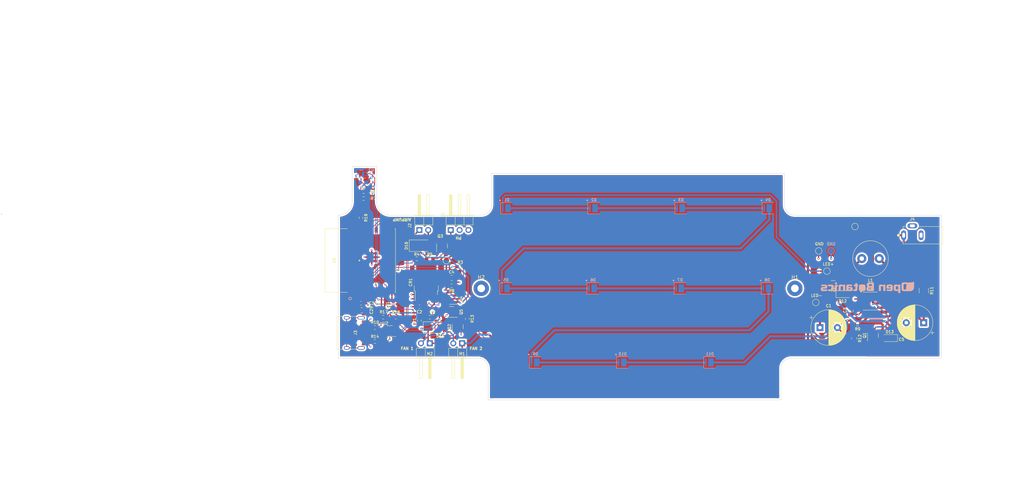
<source format=kicad_pcb>
(kicad_pcb (version 20211014) (generator pcbnew)
  (layers (0 "F.Cu" signal) (1 "In1.Cu" signal "IN") (2 "In2.Cu" power "GND") (31 "B.Cu" signal) (34 "B.Paste" user) (35 "F.Paste" user) (36 "B.SilkS" user "B.Silkscreen") (37 "F.SilkS" user "F.Silkscreen") (38 "B.Mask" user) (39 "F.Mask" user) (44 "Edge.Cuts" user))
  (net 0 "")
  (net 1 "Net-(C1-Pad1)")
  (net 2 "GND")
  (net 3 "+12V")
  (net 4 "Net-(C3-Pad1)")
  (net 5 "+3.3V")
  (net 6 "/CHIP_PU")
  (net 7 "Net-(D1-Pad1)")
  (net 8 "Net-(D3-Pad1)")
  (net 9 "/led_control/LED_R_+")
  (net 10 "Net-(D10-Pad2)")
  (net 11 "Net-(D12-Pad2)")
  (net 12 "Net-(D13-Pad2)")
  (net 13 "/led_control/LED_R_-")
  (net 14 "Net-(D15-Pad2)")
  (net 15 "Net-(D16-Pad2)")
  (net 16 "PH")
  (net 17 "Net-(D2-Pad1)")
  (net 18 "Net-(C2-Pad1)")
  (net 19 "+5V")
  (net 20 "Net-(L1-Pad1)")
  (net 21 "Net-(Q1-Pad1)")
  (net 22 "Net-(D4-Pad1)")
  (net 23 "Net-(D7-Pad1)")
  (net 24 "FAN")
  (net 25 "PWM_LED_DIM")
  (net 26 "AIRPUMP")
  (net 27 "I2C_SCL")
  (net 28 "I2C_SDA")
  (net 29 "/LED_DATA")
  (net 30 "Net-(J3-PadA5)")
  (net 35 "D+")
  (net 36 "D-")
  (net 37 "Net-(Q2-Pad1)")
  (net 38 "Net-(D5-Pad1)")
  (net 39 "Net-(D6-Pad1)")
  (net 40 "Net-(Q3-Pad1)")
  (net 41 "Net-(D8-Pad1)")
  (net 42 "Net-(D10-Pad1)")
  (net 43 "/BOOT_2")
  (net 45 "Net-(J3-PadB5)")
  (net 47 "unconnected-(J3-PadS1)")
  (net 49 "Net-(Q4-Pad1)")
  (net 50 "Net-(Q5-Pad1)")
  (net 51 "A-")
  (net 52 "A+")
  (footprint "Resistor_SMD:R_0603_1608Metric_Pad0.98x0.95mm_HandSolder" (layer "F.Cu") (at 77.5 109.262742)
    (fp_text reference "R18")
    (fp_text value "10K")
  )
  (footprint "Resistor_SMD:R_0603_1608Metric_Pad0.98x0.95mm_HandSolder" (layer "F.Cu") (at 87.25 92.5)
    (fp_text reference "R5")
    (fp_text value "10K")
  )
  (footprint "Package_TO_SOT_SMD:SOT-23" (layer "F.Cu") (at 214.4 114.45 90)
    (property "Reference" "Q1")
    (fp_text reference "Q1")
    (fp_text value "PMBTA06,235")
  )
  (footprint "Resistor_SMD:R_0603_1608Metric_Pad0.98x0.95mm_HandSolder" (layer "F.Cu") (at 93.5 100.25 180)
    (fp_text reference "R8")
    (fp_text value "1K")
  )
  (footprint "ESP32-C3-WROOM-02:ESP32-C3-WROOM-02-N4" (layer "F.Cu") (at 67.283 93 90)
    (fp_text reference "U6")
    (fp_text value "ESP32-C3-WROOM-02-N4" hide)
  )
  (footprint "Capacitor_THT:CP_Radial_D10.0mm_P5.00mm" (layer "F.Cu") (at 228.967677 110.85 180)
    (fp_text reference "C5")
    (fp_text value "330uF")
  )
  (footprint "Resistor_SMD:R_0603_1608Metric_Pad0.98x0.95mm_HandSolder" (layer "F.Cu") (at 67.5 80.75 -90)
    (fp_text reference "R19")
    (fp_text value "10K")
  )
  (footprint "PJ-007:CUI_PJ-007" (layer "F.Cu") (at 223.2125 85.75)
    (fp_text reference "J4")
    (fp_text value "Barrel_Jack_Switch")
  )
  (footprint "Resistor_SMD:R_0603_1608Metric_Pad0.98x0.95mm_HandSolder" (layer "F.Cu") (at 83.5 92.5)
    (fp_text reference "R4")
    (fp_text value "1K")
  )
  (footprint "Capacitor_SMD:C_0603_1608Metric_Pad1.08x0.95mm_HandSolder" (layer "F.Cu") (at 84.25 106.25 180)
    (fp_text reference "C2")
    (fp_text value "100nF")
  )
  (footprint "Capacitor_SMD:C_0805_2012Metric_Pad1.18x1.45mm_HandSolder" (layer "F.Cu") (at 93.5 98)
    (fp_text reference "C4")
    (fp_text value "10uF")
  )
  (footprint "MountingHole:MountingHole_2.2mm_M2_Pad" (layer "F.Cu") (at 192 101)
    (fp_text reference "H1")
    (fp_text value "MountingHole")
  )
  (footprint "Diode_SMD:D_SOD-123F" (layer "F.Cu") (at 206 102.65)
    (fp_text reference "D12")
    (fp_text value "SS26FL")
  )
  (footprint "Capacitor_SMD:C_0603_1608Metric_Pad1.08x0.95mm_HandSolder" (layer "F.Cu") (at 76.75 105.5 90)
    (fp_text reference "C31")
    (fp_text value "1uF")
  )
  (footprint "Resistor_SMD:R_1210_3225Metric_Pad1.30x2.65mm_HandSolder" (layer "F.Cu") (at 229 101.65 -90)
    (fp_text reference "R11")
    (fp_text value "0.137")
  )
  (footprint "Diode_SMD:D_SOD-123" (layer "F.Cu") (at 219.2 115.25 180)
    (fp_text reference "D13")
    (fp_text value "MMSZ43T1G")
  )
  (footprint "Package_TO_SOT_SMD:SOT-23" (layer "F.Cu") (at 90.75 88.8125 90)
    (fp_text reference "Q3")
    (fp_text value "SSM3K56FS")
  )
  (footprint "Connector_PinHeader_2.54mm:PinHeader_1x02_P2.54mm_Horizontal" (layer "F.Cu") (at 96.525 116.75 -90)
    (fp_text reference "M1")
    (fp_text value "Fan")
  )
  (footprint "Connector_PinHeader_2.54mm:PinHeader_1x03_P2.54mm_Horizontal" (layer "F.Cu") (at 93.25 84.25 90)
    (fp_text reference "J1")
    (fp_text value "PH")
  )
  (footprint "Diode_SMD:D_SMA" (layer "F.Cu") (at 84.75 88.75)
    (fp_text reference "D16")
    (fp_text value "S1B-13-F")
  )
  (footprint "Resistor_SMD:R_0805_2012Metric_Pad1.20x1.40mm_HandSolder" (layer "F.Cu") (at 209 115.35 -90)
    (fp_text reference "R12")
    (fp_text value "0.75")
  )
  (footprint "MountingHole:MountingHole_2.2mm_M2_Pad" (layer "F.Cu") (at 102 101)
    (fp_text reference "H2")
    (fp_text value "MountingHole")
  )
  (footprint "Resistor_SMD:R_0603_1608Metric" (layer "F.Cu") (at 71.5 116.25)
    (fp_text reference "R14")
    (fp_text value "5.1K")
  )
  (footprint "Connector_PinHeader_2.54mm:PinHeader_1x02_P2.54mm_Horizontal" (layer "F.Cu") (at 84.25 84.25 90)
    (fp_text reference "J2")
    (fp_text value "AIR PUMP")
  )
  (footprint "Connector_USB:USB_C_Receptacle_HRO_TYPE-C-31-M-12" (layer "F.Cu") (at 64.44 113.75 -90)
    (fp_text reference "J3")
    (fp_text value "USB_C_Receptacle_USB2.0")
  )
  (footprint "Resistor_SMD:R_0603_1608Metric_Pad0.98x0.95mm_HandSolder" (layer "F.Cu") (at 87.258 109.25)
    (fp_text reference "R2")
    (fp_text value "10K")
  )
  (footprint "Diode_SMD:D_SMA" (layer "F.Cu") (at 88.758 112.25)
    (fp_text reference "D15")
    (fp_text value "S1B-13-F")
  )
  (footprint "TestPoint:TestPoint_Pad_D1.5mm" (layer "F.Cu") (at 198 105.05)
    (fp_text reference "TP4" hide)
    (fp_text value "LED-")
  )
  (footprint "TestPoint:TestPoint_Pad_D1.5mm" (layer "F.Cu") (at 92 93)
    (fp_text reference "TP5" hide)
    (fp_text value "3.3V TEST")
  )
  (footprint "TestPoint:TestPoint_Pad_D1.5mm" (layer "F.Cu") (at 201.2 96.05)
    (fp_text reference "TP3" hide)
    (fp_text value "LED+")
  )
  (footprint "Resistor_SMD:R_0603_1608Metric" (layer "F.Cu") (at 71.5 112.25)
    (fp_text reference "R10")
    (fp_text value "5.1K")
  )
  (footprint "Fuse:Fuse_1206_3216Metric_Pad1.42x1.75mm_HandSolder" (layer "F.Cu") (at 203 99.65 180)
    (fp_text reference "F2")
    (fp_text value "500mA")
  )
  (footprint "Resistor_SMD:R_0603_1608Metric_Pad0.98x0.95mm_HandSolder" (layer "F.Cu") (at 84.258 110.25 90)
    (fp_text reference "R1")
    (fp_text value "1K")
  )
  (footprint "Connector_PinHeader_2.54mm:PinHeader_1x02_P2.54mm_Horizontal" (layer "F.Cu") (at 87.25 116.75 -90)
    (fp_text reference "M2")
    (fp_text value "Fan")
  )
  (footprint "Resistor_SMD:R_0603_1608Metric_Pad0.98x0.95mm_HandSolder" (layer "F.Cu") (at 210 111.25 180)
    (fp_text reference "R9")
    (fp_text value "1K")
  )
  (footprint "Package_TO_SOT_SMD:SOT-23-6" (layer "F.Cu") (at 75.75 113.25 180)
    (fp_text reference "U2")
    (fp_text value "USBLC6-2SC6")
  )
  (footprint "Resistor_SMD:R_0603_1608Metric_Pad0.98x0.95mm_HandSolder" (layer "F.Cu") (at 73.873 109.25 180)
    (fp_text reference "R17")
    (fp_text value "10K")
  )
  (footprint "Package_TO_SOT_SMD:SOT-23" (layer "F.Cu") (at 95.258 112 90)
    (fp_text reference "Q2")
    (fp_text value "SSM3K56FS")
  )
  (footprint "TestPoint:TestPoint_Pad_D1.5mm" (layer "F.Cu") (at 198.85 90.25)
    (fp_text reference "TP2" hide)
    (fp_text value "GND BACK")
  )
  (footprint "Package_TO_SOT_SMD:TO-252-3_TabPin4" (layer "F.Cu") (at 86.25 99.25 90)
    (fp_text reference "CR1")
    (fp_text value "LD1117DT33TR")
  )
  (footprint "Package_TO_SOT_SMD:SOT-23" (layer "F.Cu") (at 93.5 107.75 180)
    (fp_text reference "Q5")
    (fp_text value "PJA3411")
  )
  (footprint "TestPoint:TestPoint_Pad_D1.5mm" (layer "F.Cu") (at 209.25 83.25)
    (fp_text reference "TP6" hide)
    (fp_text value "12V TEST")
  )
  (footprint "Resistor_SMD:R_0603_1608Metric_Pad0.98x0.95mm_HandSolder" (layer "F.Cu") (at 95.975 94.75 180)
    (fp_text reference "R3")
    (fp_text value "1k2")
  )
  (footprint "Capacitor_THT:CP_Radial_D10.0mm_P5.00mm" (layer "F.Cu") (at 199.2 112.25)
    (fp_text reference "C1")
    (fp_text value "100uF")
  )
  (footprint "Capacitor_SMD:C_0603_1608Metric_Pad1.08x0.95mm_HandSolder" (layer "F.Cu") (at 67.5 105.25)
    (fp_text reference "C30")
    (fp_text value "0.1uF")
  )
  (footprint "NCP3065:NCP3065DR2G" (layer "F.Cu") (at 213.6 104.65)
    (fp_text reference "U1")
    (fp_text value "NCP3065DR2G" hide)
  )
  (footprint "Package_TO_SOT_SMD:SOT-23" (layer "F.Cu") (at 93.5 104 180)
    (fp_text reference "Q4")
    (fp_text value "PJA3411")
  )
  (footprint "Inductor_THT:L_Radial_D10.0mm_P5.00mm_Fastron_07P" (layer "F.Cu") (at 216.2 92.45 180)
    (fp_text reference "L1")
    (fp_text value "330uH")
  )
  (footprint "Capacitor_SMD:C_0805_2012Metric_Pad1.18x1.45mm_HandSolder" (layer "F.Cu") (at 67.75 107.25)
    (fp_text reference "C29")
    (fp_text value "10uF")
  )
  (footprint "Capacitor_SMD:C_0805_2012Metric_Pad1.18x1.45mm_HandSolder" (layer "F.Cu") (at 208 107.45 -90)
    (fp_text reference "C3")
    (fp_text value "2,2nF")
  )
  (footprint "Resistor_SMD:R_0603_1608Metric_Pad0.98x0.95mm_HandSolder" (layer "F.Cu") (at 68.25 73.22)
    (fp_text reference "R6")
    (fp_text value "4.7k")
  )
  (footprint "Resistor_SMD:R_0603_1608Metric_Pad0.98x0.95mm_HandSolder" (layer "F.Cu") (at 68.25 75.22)
    (fp_text reference "R7")
    (fp_text value "4.7k")
  )
  (footprint "Resistor_SMD:R_0603_1608Metric_Pad0.98x0.95mm_HandSolder" (layer "F.Cu") (at 98 109.75 -90)
    (fp_text reference "R13")
    (fp_text value "1K")
  )
  (footprint "JK3030AWT-P-H40EA0000-N0000001:JK3030AWT-P-H40EA0000-N0000001" (layer "B.Cu") (at 167.468 122.25 180)
    (fp_text reference "D11")
    (fp_text value "LED" hide)
  )
  (footprint "JK3030AWT-P-H40EA0000-N0000001:JK3030AWT-P-H40EA0000-N0000001" (layer "B.Cu") (at 142.468 122.25 180)
    (fp_text reference "D10")
    (fp_text value "LED" hide)
  )
  (footprint "LOGO:openbotanics_logo_small" (layer "B.Cu") (at 213.8 100.05 180)
    (fp_text reference "G***" hide)
    (fp_text value "LOGO" hide)
  )
  (footprint "JK3030AWT-P-H40EA0000-N0000001:JK3030AWT-P-H40EA0000-N0000001" (layer "B.Cu") (at 184.218 78 180)
    (fp_text reference "D4")
    (fp_text value "LED" hide)
  )
  (footprint "JK3030AWT-P-H40EA0000-N0000001:JK3030AWT-P-H40EA0000-N0000001" (layer "B.Cu") (at 133.968 101 180)
    (fp_text reference "D6")
    (fp_text value "LED" hide)
  )
  (footprint "JK3030AWT-P-H40EA0000-N0000001:JK3030AWT-P-H40EA0000-N0000001" (layer "B.Cu") (at 117.468 122.25 180)
    (fp_text reference "D9")
    (fp_text value "LED" hide)
  )
  (footprint "Capacitor_SMD:C_0603_1608Metric_Pad1.08x0.95mm_HandSolder" (layer "B.Cu") (at 68.1 70.62)
    (fp_text reference "C6")
    (fp_text value "100nF")
  )
  (footprint "TestPoint:TestPoint_Pad_D1.5mm" (layer "B.Cu") (at 202.4 90.25 180)
    (fp_text reference "TP1" hide)
    (fp_text value "GND FRONT")
  )
  (footprint "JK3030AWT-P-H40EA0000-N0000001:JK3030AWT-P-H40EA0000-N0000001" (layer "B.Cu") (at 183.968 101 180)
    (fp_text reference "D8")
    (fp_text value "LED" hide)
  )
  (footprint "Sensor_Humidity:Sensirion_DFN-4-1EP_2x2mm_P1mm_EP0.7x1.6mm" (layer "B.Cu") (at 68.1 68.22 180)
    (fp_text reference "U3")
    (fp_text value "SHTC3" hide)
  )
  (footprint "JK3030AWT-P-H40EA0000-N0000001:JK3030AWT-P-H40EA0000-N0000001" (layer "B.Cu") (at 159.218 78 180)
    (fp_text reference "D3")
    (fp_text value "LED" hide)
  )
  (footprint "JK3030AWT-P-H40EA0000-N0000001:JK3030AWT-P-H40EA0000-N0000001" (layer "B.Cu") (at 109.218 78 180)
    (fp_text reference "D1")
    (fp_text value "LED" hide)
  )
  (footprint "JK3030AWT-P-H40EA0000-N0000001:JK3030AWT-P-H40EA0000-N0000001" (layer "B.Cu") (at 108.968 101 180)
    (fp_text reference "D5")
    (fp_text value "LED" hide)
  )
  (footprint "JK3030AWT-P-H40EA0000-N0000001:JK3030AWT-P-H40EA0000-N0000001" (layer "B.Cu") (at 158.968 101 180)
    (fp_text reference "D7")
    (fp_text value "LED" hide)
  )
  (footprint "JK3030AWT-P-H40EA0000-N0000001:JK3030AWT-P-H40EA0000-N0000001" (layer "B.Cu") (at 134.218 78 180)
    (fp_text reference "D2")
    (fp_text value "LED" hide)
  )
  (gr_arc (start 188 124) (mid 188.87868 121.87868) (end 191 121) (layer "Edge.Cuts") (width 0.1))
  (gr_line (start 188 133) (end 188 124) (layer "Edge.Cuts") (width 0.1))
  (gr_arc (start 76 80) (mid 73.171573 78.828427) (end 72 76) (layer "Edge.Cuts") (width 0.1))
  (gr_arc (start 105 77) (mid 104.12132 79.12132) (end 102 80) (layer "Edge.Cuts") (width 0.1))
  (gr_line (start 72 76) (end 72 66) (layer "Edge.Cuts") (width 0.1))
  (gr_arc (start 65 76) (mid 63.828427 78.828427) (end 61 80) (layer "Edge.Cuts") (width 0.1))
  (gr_line (start 72 66) (end 66 66) (layer "Edge.Cuts") (width 0.1))
  (gr_line (start 65 66) (end 65 76) (layer "Edge.Cuts") (width 0.1))
  (gr_line (start 104 133) (end 188 133) (layer "Edge.Cuts") (width 0.1))
  (gr_arc (start 192 80) (mid 189.87868 79.12132) (end 189 77) (layer "Edge.Cuts") (width 0.1))
  (gr_line (start 61 121) (end 101 121) (layer "Edge.Cuts") (width 0.1))
  (gr_line (start 191 121) (end 234 121) (layer "Edge.Cuts") (width 0.1))
  (gr_line (start 66 66) (end 65 66) (layer "Edge.Cuts") (width 0.1))
  (gr_arc (start 101 121) (mid 103.12132 121.87868) (end 104 124) (layer "Edge.Cuts") (width 0.1))
  (gr_line (start 189 68) (end 105 68) (layer "Edge.Cuts") (width 0.1))
  (gr_line (start 102 80) (end 76 80) (layer "Edge.Cuts") (width 0.1))
  (gr_line (start 61 80) (end 61 121) (layer "Edge.Cuts") (width 0.1))
  (gr_line (start 234 121) (end 234 80) (layer "Edge.Cuts") (width 0.1))
  (gr_line (start 189 77) (end 189 68) (layer "Edge.Cuts") (width 0.1))
  (gr_line (start 105 68) (end 105 77) (layer "Edge.Cuts") (width 0.1))
  (gr_line (start 234 80) (end 192 80) (layer "Edge.Cuts") (width 0.1))
  (gr_line (start 104 124) (end 104 133) (layer "Edge.Cuts") (width 0.1))
  (gr_text "GND" (at 202.4 88.25) (layer "B.SilkS") (effects (font (size 0.8 0.8)) (justify mirror)))
  (gr_text "AIRPUMP" (at 79.25 81.25 180) (layer "F.SilkS") (effects (font (size 0.8 0.8) (thickness 0.2))))
  (gr_text "LED-" (at 198.2 103.05) (layer "F.SilkS") (effects (font (size 0.8 0.8))))
  (gr_text "*" (at -35.633 79.9845) (layer "F.SilkS") (effects (font (size 0.8 0.8))))
  (gr_text "FAN 2" (at 100.5 118.25) (layer "F.SilkS") (effects (font (size 0.8 0.8) (thickness 0.2))))
  (gr_text "LED+" (at 201.6 94.05) (layer "F.SilkS") (effects (font (size 0.8 0.8))))
  (gr_text "PH" (at 95.5 86.5 180) (layer "F.SilkS") (effects (font (size 0.8 0.8) (thickness 0.2))))
  (gr_text "GND" (at 199 88.25) (layer "F.SilkS") (effects (font (size 0.8 0.8))))
  (gr_text "FAN 1\n" (at 80.75 118.25) (layer "F.SilkS") (effects (font (size 0.8 0.8) (thickness 0.2))))
  (segment (start 204.6 105.25) (end 204.6 102.65) (width 0.6) (layer "F.Cu") (net 1))
  (segment (start 199.2 112.25) (end 199.2 108.05) (width 0.6) (layer "F.Cu") (net 1))
  (segment (start 220.85 113.3) (end 218 110.45) (width 0.6) (layer "F.Cu") (net 1))
  (segment (start 204.4875 99.65) (end 204.4875 102.5375) (width 0.8) (layer "F.Cu") (net 1))
  (segment (start 199.2 108.05) (end 204.6 102.65) (width 0.6) (layer "F.Cu") (net 1))
  (segment (start 220.85 115.25) (end 220.85 113.3) (width 0.6) (layer "F.Cu") (net 1))
  (via (at 204.6 105.25) (size 0.5) (drill 0.25) (layers "F.Cu" "B.Cu") (net 1))
  (via (at 218 110.45) (size 0.5) (drill 0.25) (layers "F.Cu" "B.Cu") (net 1))
  (segment (start 209.8 110.45) (end 218 110.45) (width 0.6) (layer "B.Cu") (net 1))
  (segment (start 204.6 105.25) (end 209.8 110.45) (width 0.6) (layer "B.Cu") (net 1))
  (segment (start 69.47789 92.02211) (end 69.47789 92.044198) (width 0.4) (layer "F.Cu") (net 2))
  (segment (start 89.5 92.5) (end 91.7 90.3) (width 0.2) (layer "F.Cu") (net 2))
  (segment (start 72.5 112.25) (end 73.25 111.5) (width 0.2) (layer "F.Cu") (net 2))
  (segment (start 204.2 112.25) (end 208.3 116.35) (width 0.4) (layer "F.Cu") (net 2))
  (segment (start 76.377915 104.265415) (end 76.75 104.6375) (width 0.4) (layer "F.Cu") (net 2))
  (segment (start 210.8949 107.9551) (end 210.4 108.45) (width 0.4) (layer "F.Cu") (net 2))
  (segment (start 82 106.25) (end 83.3875 106.25) (width 0.4) (layer "F.Cu") (net 2))
  (segment (start 208 108.4875) (end 210.3625 108.4875) (width 0.4) (layer "F.Cu") (net 2))
  (segment (start 71.677886 92.044198) (end 71.677886 93.144198) (width 0.4) (layer "F.Cu") (net 2))
  (segment (start 76.377915 103.372085) (end 76.377915 104.265415) (width 0.4) (layer "F.Cu") (net 2))
  (segment (start 71.677886 90.944198) (end 70.577989 90.944198) (width 0.4) (layer "F.Cu") (net 2))
  (segment (start 88 109.0795) (end 88.1705 109.25) (width 0.2) (layer "F.Cu") (net 2))
  (segment (start 70.577888 93.1443) (end 70.577888 94.25) (width 0.4) (layer "F.Cu") (net 2))
  (segment (start 88.1625 92.5) (end 89.5 92.5) (width 0.2) (layer "F.Cu") (net 2))
  (segment (start 94.5375 100.125) (end 94.4125 100.25) (width 0.4) (layer "F.Cu") (net 2))
  (segment (start 71.677886 90.944198) (end 71.677886 92.044198) (width 0.4) (layer "F.Cu") (net 2))
  (segment (start 68.3625 106.825) (end 68.7875 107.25) (width 0.4) (layer "F.Cu") (net 2))
  (segment (start 208.3 116.35) (end 209 116.35) (width 0.4) (layer "F.Cu") (net 2))
  (segment (start 69.477991 90.944299) (end 69.47789 90.944198) (width 0.4) (layer "F.Cu") (net 2))
  (segment (start 69.47789 92.044198) (end 69.47789 93.144198) (width 0.4) (layer "F.Cu") (net 2))
  (segment (start 72.325 112.25) (end 72.5 112.25) (width 0.2) (layer "F.Cu") (net 2))
  (segment (start 69.5 117) (end 70.25 117.75) (width 0.2) (layer "F.Cu") (net 2))
  (segment (start 69 105.25) (end 69.5 105.75) (width 0.4) (layer "F.Cu") (net 2))
  (segment (start 68.3625 105.25) (end 68.3625 106.825) (width 0.4) (layer "F.Cu") (net 2))
  (segment (start 68.5 92.02211) (end 69.455802 92.02211) (width 0.4) (layer "F.Cu") (net 2))
  (segment (start 94.5375 99.2125) (end 95.7125 99.2125) (width 0.4) (layer "F.Cu") (net 2))
  (segment (start 69.5 110.5) (end 70.25 109.75) (width 0.2) (layer "F.Cu") (net 2))
  (segment (start 70.555701 90.944299) (end 69.477991 90.944299) (width 0.4) (layer "F.Cu") (net 2))
  (segment (start 68.485 117) (end 69.5 117) (width 0.2) (layer "F.Cu") (net 2))
  (segment (start 94.5375 99.2125) (end 94.5375 100.125) (width 0.4) (layer "F.Cu") (net 2))
  (segment (start 88 107.75) (end 88 109.0795) (width 0.2) (layer "F.Cu") (net 2))
  (segment (start 82 102.75) (end 83.27 102.75) (width 0.4) (layer "F.Cu") (net 2))
  (segment (start 76.8875 113.25) (end 76.25 113.25) (width 0.2) (layer "F.Cu") (net 2))
  (segment (start 70.577888 90.944299) (end 70.577888 92.0443) (width 0.4) (layer "F.Cu") (net 2))
  (segment (start 70.577989 90.944198) (end 70.577888 90.944299) (width 0.4) (layer "F.Cu") (net 2))
  (segment (start 70.555701 90.922112) (end 70.577888 90.944299) (width 0.4) (layer "F.Cu") (net 2))
  (segment (start 70.57799 93.144198) (end 70.577888 93.1443) (width 0.4) (layer "F.Cu") (net 2))
  (segment (start 68.3625 105.25) (end 69 105.25) (width 0.4) (layer "F.Cu") (net 2))
  (segment (start 198.8 92.45) (end 198.8 90.3) (width 0.4) (layer "F.Cu") (net 2))
  (segment (start 75 116.25) (end 75.75 115.5) (width 0.2) (layer "F.Cu") (net 2))
  (segment (start 91.7 90.3) (end 91.7 89.75) (width 0.2) (layer "F.Cu") (net 2))
  (segment (start 209.2 104.05) (end 210.8599 104.05) (width 0.4) (layer "F.Cu") (net 2))
  (segment (start 70.577888 92.0443) (end 71.677784 92.0443) (width 0.4) (layer "F.Cu") (net 2))
  (segment (start 95.7125 99.2125) (end 95.75 99.25) (width 0.4) (layer "F.Cu") (net 2))
  (segment (start 70.577888 92.0443) (end 70.577888 93.1443) (width 0.4) (layer "F.Cu") (net 2))
  (segment (start 94.5375 98) (end 94.5375 98.9625) (width 0.4) (layer "F.Cu") (net 2))
  (segment (start 94.5375 98.9625) (end 94.5375 99.2125) (width 0.4) (layer "F.Cu") (net 2))
  (segment (start 69.47789 92.044198) (end 70.577786 92.044198) (width 0.4) (layer "F.Cu") (net 2))
  (segment (start 71.677886 92.044198) (end 72.75 92.044198) (width 0.4) (layer "F.Cu") (net 2))
  (segment (start 69.455802 92.02211) (end 69.47789 92.044198) (width 0.4) (layer "F.Cu") (net 2))
  (segment (start 70.577786 92.044198) (end 70.577888 92.0443) (width 0.4) (layer "F.Cu") (net 2))
  (segment (start 69.47789 90.944198) (end 69.47789 92.02211) (width 0.4) (layer "F.Cu") (net 2))
  (segment (start 70.555701 90) (end 70.555701 90.922112) (width 0.4) (layer "F.Cu") (net 2))
  (segment (start 210.8949 106.555) (end 210.8949 107.9551) (width 0.4) (layer "F.Cu") (net 2))
  (segment (start 98 110.6625) (end 98 111.1455) (width 0.2) (layer "F.Cu") (net 2))
  (segment (start 96.25 112.9795) (end 96.208 112.9375) (width 0.2) (layer "F.Cu") (net 2))
  (segment (start 68.485 110.5) (end 69.5 110.5) (width 0.2) (layer "F.Cu") (net 2))
  (segment (start 83.27 102.75) (end 83.97 103.45) (width 0.4) (layer "F.Cu") (net 2))
  (segment (start 96.25 114.25) (end 96.25 112.9795) (width 0.2) (layer "F.Cu") (net 2))
  (segment (start 70.577888 93.1443) (end 69.477992 93.1443) (width 0.4) (layer "F.Cu") (net 2))
  (segment (start 82 104) (end 83.42 104) (width 0.4) (layer "F.Cu") (net 2))
  (segment (start 98 111.1455) (end 96.208 112.9375) (width 0.2) (layer "F.Cu") (net 2))
  (segment (start 71.677886 93.144198) (end 70.57799 93.144198) (width 0.4) (layer "F.Cu") (net 2))
  (segment (start 83.42 104) (end 83.97 103.45) (width 0.4) (layer "F.Cu") (net 2))
  (segment (start 72.325 116.25) (end 75 116.25) (width 0.2) (layer "F.Cu") (net 2))
  (segment (start 71.677784 92.0443) (end 71.677886 92.044198) (width 0.4) (layer "F.Cu") (net 2))
  (segment (start 76.377915 101.75) (end 76.377915 103.372085) (width 0.4) (layer "F.Cu") (net 2))
  (segment (start 210.3625 108.4875) (end 210.4 108.45) (width 0.4) (layer "F.Cu") (net 2))
  (segment (start 69.477992 93.1443) (end 69.47789 93.144198) (width 0.4) (layer "F.Cu") (net 2))
  (segment (start 76.25 113.25) (end 75.75 113.75) (width 0.2) (layer "F.Cu") (net 2))
  (segment (start 75.75 113.75) (end 75.75 115.5) (width 0.2) (layer "F.Cu") (net 2))
  (segment (start 70.577888 90.944299) (end 70.555701 90.944299) (width 0.4) (layer "F.Cu") (net 2))
  (via (at 210.4 108.45) (size 0.5) (drill 0.25) (layers "F.Cu" "B.Cu") (net 2))
  (via (at 90.5 91.5) (size 0.5) (drill 0.25) (layers "F.Cu" "B.Cu") (net 2))
  (via (at 66.1 68.62) (size 0.6) (drill 0.3) (layers "F.Cu" "B.Cu") (net 2))
  (via (at 82 104) (size 0.5) (drill 0.25) (layers "F.Cu" "B.Cu") (net 2))
  (via (at 72.75 92.044198) (size 0.5) (drill 0.25) (layers "F.Cu" "B.Cu") (net 2))
  (via (at 73.25 111.5) (size 0.5) (drill 0.25) (layers "F.Cu" "B.Cu") (net 2))
  (via (at 202.4 92.45) (size 0.6) (drill 0.3) (layers "F.Cu" "B.Cu") (net 2))
  (via (at 70.555701 90) (size 0.5) (drill 0.25) (layers "F.Cu" "B.Cu") (net 2))
  (via (at 70.25 109.75) (size 0.5) (drill 0.25) (layers "F.Cu" "B.Cu") (net 2))
  (via (at 69.5 105.75) (size 0.5) (drill 0.25) (layers "F.Cu" "B.Cu") (net 2))
  (via (at 82 102.75) (size 0.5) (drill 0.25) (layers "F.Cu" "B.Cu") (net 2))
  (via (at 96.25 114.25) (size 0.5) (drill 0.25) (layers "F.Cu" "B.Cu") (net 2))
  (via (at 75.75 115.5) (size 0.5) (drill 0.25) (layers "F.Cu" "B.Cu") (net 2))
  (via (at 70.577888 94.25) (size 0.5) (drill 0.25) (layers "F.Cu" "B.Cu") (net 2))
  (via (at 95.75 99.25) (size 0.5) (drill 0.25) (layers "F.Cu" "B.Cu") (net 2))
  (via (at 88 107.75) (size 0.5) (drill 0.25) (layers "F.Cu" "B.Cu") (net 2))
  (via (at 70.25 117.75) (size 0.5) (drill 0.25) (layers "F.Cu" "B.Cu") (net 2))
  (via (at 76.377915 103.372085) (size 0.5) (drill 0.25) (layers "F.Cu" "B.Cu") (net 2))
  (via (at 68.5 92.02211) (size 0.5) (drill 0.25) (layers "F.Cu" "B.Cu") (net 2))
  (via (at 82 106.25) (size 0.5) (drill 0.25) (layers "F.Cu" "B.Cu") (net 2))
  (via (at 209.2 104.05) (size 0.5) (drill 0.25) (layers "F.Cu" "B.Cu") (net 2))
  (via (at 198.8 92.45) (size 0.6) (drill 0.3) (layers "F.Cu" "B.Cu") (net 2))
  (segment (start 66.1 69.22) (end 66.1 68.62) (width 0.2) (layer "B.Cu") (net 2))
  (segment (start 67 67.72) (end 66.1 68.62) (width 0.2) (layer "B.Cu") (net 2))
  (segment (start 202.4 92.45) (end 202.4 90.25) (width 0.4) (layer "B.Cu") (net 2))
  (segment (start 67.2375 70.3575) (end 66.1 69.22) (width 0.2) (layer "B.Cu") (net 2))
  (segment (start 195.75 89.25) (end 201.75 83.25) (width 0.6) (layer "F.Cu") (net 3))
  (segment (start 86.508 112.5) (end 86.758 112.25) (width 0.4) (layer "F.Cu") (net 3))
  (segment (start 106 116) (end 106 129.75) (width 0.6) (layer "F.Cu") (net 3))
  (segment (start 96.525 118.975) (end 96 119.5) (width 0.4) (layer "F.Cu") (net 3))
  (segment (start 228.967677 110.85) (end 228.967677 103.232323) (width 0.6) (layer "F.Cu") (net 3))
  (segment (start 104.25 114.25) (end 106 116) (width 0.6) (layer "F.Cu") (net 3))
  (segment (start 106.75 130.5) (end 185.5 130.5) (width 0.6) (layer "F.Cu") (net 3))
  (segment (start 86.758 112.25) (end 86.758 116.258) (width 0.4) (layer "F.Cu") (net 3))
  (segment (start 228.967677 110.85) (end 223.402677 105.285) (width 0.6) (layer "F.Cu") (net 3))
  (segment (start 223.402677 105.285) (end 216.3051 105.285) (width 0.6) (layer "F.Cu") (net 3))
  (segment (start 89 116.75) (end 87.25 116.75) (width 0.4) (layer "F.Cu") (net 3))
  (segment (start 92.5625 104) (end 92.5625 104.9375) (width 0.4) (layer "F.Cu") (net 3))
  (segment (start 223.2125 85.75) (end 211.75 85.75) (width 0.6) (layer "F.Cu") (net 3))
  (segment (start 195.75 116.5) (end 195.75 89.25) (width 0.6) (layer "F.Cu") (net 3))
  (segment (start 86.758 116.258) (end 87.25 116.75) (width 0.4) (layer "F.Cu") (net 3))
  (segment (start 231 101.2) (end 231 97.25) (width 0.6) (layer "F.Cu") (net 3))
  (segment (start 84.75 112.5) (end 86.508 112.5) (width 0.4) (layer "F.Cu") (net 3))
  (segment (start 82.75 88.75) (end 82.75 85.75) (width 0.4) (layer "F.Cu") (net 3))
  (segment (start 90 107.5) (end 90 109.75) (width 0.4) (layer "F.Cu") (net 3))
  (segment (start 214.4 113.05) (end 215.4 112.05) (width 0.4) (layer "F.Cu") (net 3))
  (segment (start 223.2125 89.4625) (end 223.2125 85.75) (width 0.6) (layer "F.Cu") (net 3))
  (segment (start 229 103.2) (end 231 101.2) (width 0.6) (layer "F.Cu") (net 3))
  (segment (start 91.75 119.5) (end 89 116.75) (width 0.4) (layer "F.Cu") (net 3))
  (segment (start 82.75 85.75) (end 84.25 84.25) (width 0.4) (layer "F.Cu") (net 3))
  (segment (start 214.565 105.285) (end 214.4 105.45) (width 0.6) (layer "F.Cu") (net 3))
  (segment (start 85 91) (end 82.75 88.75) (width 0.4) (layer "F.Cu") (net 3))
  (segment (start 92.5625 104.9375) (end 90 107.5) (width 0.4) (layer "F.Cu") (net 3))
  (segment (start 209.25 83.25) (end 214.4 88.4) (width 0.6) (layer "F.Cu") (net 3))
  (segment (start 216.3051 105.285) (end 214.565 105.285) (width 0.6) (layer "F.Cu") (net 3))
  (segment (start 185.75 122) (end 189.25 118.5) (width 0.6) (layer "F.Cu") (net 3))
  (segment (start 85.25 91) (end 85 91) (width 0.4) (layer "F.Cu") (net 3))
  (segment (start 214.4 88.4) (end 214.4 105.45) (width 0.6) (layer "F.Cu") (net 3))
  (segment (start 185.75 130.25) (end 185.75 122) (width 0.6) (layer "F.Cu") (net 3))
  (segment (start 96 104) (end 96.75 104.75) (width 0.4) (layer "F.Cu") (net 3))
  (segment (start 231 97.25) (end 223.2125 89.4625) (width 0.6) (layer "F.Cu") (net 3))
  (segment (start 106 129.75) (end 106.75 130.5) (width 0.6) (layer "F.Cu") (net 3))
  (segment (start 185.5 130.5) (end 185.75 130.25) (width 0.6) (layer "F.Cu") (net 3))
  (segment (start 96 119.5) (end 91.75 119.5) (width 0.4) (layer "F.Cu") (net 3))
  (segment (start 211.75 85.75) (end 209.25 83.25) (width 0.6) (layer "F.Cu") (net 3))
  (segment (start 189.25 118.5) (end 193.75 118.5) (width 0.6) (layer "F.Cu") (net 3))
  (segment (start 96.525 116.75) (end 96.525 118.975) (width 0.4) (layer "F.Cu") (net 3))
  (segment (start 193.75 118.5) (end 195.75 116.5) (width 0.6) (layer "F.Cu") (net 3))
  (segment (start 92.5625 104) (end 96 104) (width 0.4) (layer "F.Cu") (net 3))
  (segment (start 201.75 83.25) (end 209.25 83.25) (width 0.6) (layer "F.Cu") (net 3))
  (via (at 214.4 105.45) (size 0.5) (drill 0.25) (layers "F.Cu" "B.Cu") (net 3))
  (via (at 90 109.75) (size 0.5) (drill 0.25) (layers "F.Cu" "B.Cu") (net 3))
  (via (at 84.75 112.5) (size 0.5) (drill 0.25) (layers "F.Cu" "B.Cu") (net 3))
  (via (at 96.75 104.75) (size 0.5) (drill 0.25) (layers "F.Cu" "B.Cu") (net 3))
  (via (at 215.4 112.05) (size 0.5) (drill 0.25) (layers "F.Cu" "B.Cu") (net 3))
  (via (at 85.25 91) (size 0.5) (drill 0.25) (layers "F.Cu" "B.Cu") (net 3))
  (via (at 104.25 114.25) (size 0.5) (drill 0.25) (layers "F.Cu" "B.Cu") (net 3))
  (segment (start 98.25 103.25) (end 98.25 103) (width 0.4) (layer "B.Cu") (net 3))
  (segment (start 98.75 116.75) (end 96.525 116.75) (width 0.6) (layer "B.Cu") (net 3))
  (segment (start 98.25 97.75) (end 98.25 103) (width 0.4) (layer "B.Cu") (net 3))
  (segment (start 217.7 112.05) (end 218.75 111) (width 0.4) (layer "B.Cu") (net 3))
  (segment (start 86.4 92.15) (end 92.65 92.15) (width 0.4) (layer "B.Cu") (net 3))
  (segment (start 90 109.75) (end 87.25 112.5) (width 0.4) (layer "B.Cu") (net 3))
  (segment (start 87.25 112.5) (end 84.75 112.5) (width 0.4) (layer "B.Cu") (net 3))
  (segment (start 215.2 105.45) (end 214.4 105.45) (width 0.4) (layer "B.Cu") (net 3))
  (segment (start 218.75 109) (end 215.2 105.45) (width 0.4) (layer "B.Cu") (net 3))
  (segment (start 218.75 111) (end 218.75 109) (width 0.4) (layer "B.Cu") (net 3))
  (segment (start 85.25 91) (end 86.4 92.15) (width 0.4) (layer "B.Cu") (net 3))
  (segment (start 215.4 112.05) (end 217.7 112.05) (width 0.4) (layer "B.Cu") (net 3))
  (segment (start 101.25 114.25) (end 98.75 116.75) (width 0.6) (layer "B.Cu") (net 3))
  (segment (start 96.75 104.75) (end 98.25 103.25) (width 0.4) (layer "B.Cu") (net 3))
  (segment (start 104.25 114.25) (end 101.25 114.25) (width 0.6) (layer "B.Cu") (net 3))
  (segment (start 92.65 92.15) (end 96 95.5) (width 0.4) (layer "B.Cu") (net 3))
  (segment (start 96 95.5) (end 98.25 97.75) (width 0.4) (layer "B.Cu") (net 3))
  (segment (start 208 106.4125) (end 209.1275 105.285) (width 0.4) (layer "F.Cu") (net 4))
  (segment (start 209.1275 105.285) (end 210.8949 105.285) (width 0.4) (layer "F.Cu") (net 4))
  (segment (start 64.377913 101.75) (end 64.377913 86.127913) (width 0.4) (layer "F.Cu") (net 5))
  (segment (start 66.4125 79.8375) (end 67.5 79.8375) (width 0.4) (layer "F.Cu") (net 5))
  (segment (start 89.55 103.45) (end 88.53 103.45) (width 0.4) (layer "F.Cu") (net 5))
  (segment (start 75.75 108.2855) (end 74.7855 109.25) (width 0.4) (layer "F.Cu") (net 5))
  (segment (start 67.3375 72.1625) (end 67.5 72) (width 0.2) (layer "F.Cu") (net 5))
  (segment (start 66.6375 105.25) (end 65.5 105.25) (width 0.4) (layer "F.Cu") (net 5))
  (segment (start 66.7125 107.25) (end 66.7125 105.325) (width 0.4) (layer "F.Cu") (net 5))
  (segment (start 64.377913 86.127913) (end 63.5 85.25) (width 0.4) (layer "F.Cu") (net 5))
  (segment (start 72.5 110.5) (end 73.5355 110.5) (width 0.4) (layer "F.Cu") (net 5))
  (segment (start 66.7125 105.325) (end 66.6375 105.25) (width 0.4) (layer "F.Cu") (net 5))
  (segment (start 75.75 108.25) (end 75.75 108.2855) (width 0.4) (layer "F.Cu") (net 5))
  (segment (start 73.5355 110.5) (end 74.7855 109.25) (width 0.4) (layer "F.Cu") (net 5))
  (segment (start 65.5 105.25) (end 64.377913 104.127913) (width 0.4) (layer "F.Cu") (net 5))
  (segment (start 88.53 105.47) (end 86.5 107.5) (width 0.4) (layer "F.Cu") (net 5))
  (segment (start 75.75 108.25) (end 75.75 108.425242) (width 0.4) (layer "F.Cu") (net 5))
  (segment (start 67.3375 75.22) (end 67.3375 79.675) (width 0.2) (layer "F.Cu") (net 5))
  (segment (start 64.377913 104.127913) (end 64.377913 101.75) (width 0.4) (layer "F.Cu") (net 5))
  (segment (start 67.3375 73.22) (end 67.3375 72.1625) (width 0.2) (layer "F.Cu") (net 5))
  (segment (start 92.4625 98.2875) (end 90.5 100.25) (width 0.4) (layer "F.Cu") (net 5))
  (segment (start 90.5 100.25) (end 90.5 102.5) (width 0.4) (layer "F.Cu") (net 5))
  (segment (start 67.9925 108.53) (end 70.53 108.53) (width 0.4) (layer "F.Cu") (net 5))
  (segment (start 88.53 103.45) (end 88.53 105.47) (width 0.4) (layer "F.Cu") (net 5))
  (segment (start 86.5 107.5) (end 86 108) (width 0.4) (layer "F.Cu") (net 5))
  (segment (start 93.25 91.75) (end 93.25 84.25) (width 0.4) (layer "F.Cu") (net 5))
  (segment (start 66.7125 107.25) (end 67.9925 108.53) (width 0.4) (layer "F.Cu") (net 5))
  (segment (start 92.4625 98) (end 92.4625 98.2875) (width 0.4) (layer "F.Cu") (net 5))
  (segment (start 75.75 108.425242) (end 76.5875 109.262742) (width 0.4) (layer "F.Cu") (net 5))
  (segment (start 92 97.5375) (end 92 93) (width 0.4) (layer "F.Cu") (net 5))
  (segment (start 63.5 85.25) (end 63.5 82.75) (width 0.4) (layer "F.Cu") (net 5))
  (segment (start 67.3375 79.675) (end 67.5 79.8375) (width 0.2) (layer "F.Cu") (net 5))
  (segment (start 92 93) (end 93.25 91.75) (width 0.4) (layer "F.Cu") (net 5))
  (segment (start 63.5 82.75) (end 66.4125 79.8375) (width 0.4) (layer "F.Cu") (net 5))
  (segment (start 70.53 108.53) (end 72.5 110.5) (width 0.4) (layer "F.Cu") (net 5))
  (segment (start 67.3375 73.22) (end 67.3375 75.22) (width 0.2) (layer "F.Cu") (net 5))
  (segment (start 86 108) (end 82 108) (width 0.4) (layer "F.Cu") (net 5))
  (segment (start 90.5 102.5) (end 89.55 103.45) (width 0.4) (layer "F.Cu") (net 5))
  (segment (start 92.4625 98) (end 92 97.5375) (width 0.4) (layer "F.Cu") (net 5))
  (via (at 75.75 108.25) (size 0.5) (drill 0.25) (layers "F.Cu" "B.Cu") (net 5))
  (via (at 82 108) (size 0.5) (drill 0.25) (layers "F.Cu" "B.Cu") (net 5))
  (via (at 67.5 72) (size 0.5) (drill 0.25) (layers "F.Cu" "B.Cu") (net 5))
  (via (at 70.5 69.22) (size 0.6) (drill 0.3) (layers "F.Cu" "B.Cu") (net 5))
  (segment (start 70.5 66.62) (end 70.9 67.02) (width 0.2) (layer "B.Cu") (net 5))
  (segment (start 69.025 67.72) (end 69.025 67.495) (width 0.2) (layer "B.Cu") (net 5))
  (segment (start 76 108) (end 75.75 108.25) (width 0.4) (layer "B.Cu") (net 5))
  (segment (start 68.9625 70.62) (end 67.5825 72) (width 0.4) (layer "B.Cu") (net 5))
  (segment (start 70.3625 69.22) (end 68.9625 70.62) (width 0.4) (layer "B.Cu") (net 5))
  (segment (start 67.5825 72) (end 67.5 72) (width 0.4) (layer "B.Cu") (net 5))
  (segment (start 70.9 67.02) (end 70.9 68.82) (width 0.2) (layer "B.Cu") (net 5))
  (segment (start 70.5 69.22) (end 70.3625 69.22) (width 0.4) (layer "B.Cu") (net 5))
  (segment (start 69.025 67.495) (end 69.9 66.62) (width 0.2) (layer "B.Cu") (net 5))
  (segment (start 82 108) (end 76 108) (width 0.4) (layer "B.Cu") (net 5))
  (segment (start 70.9 68.82) (end 70.5 69.22) (width 0.2) (layer "B.Cu") (net 5))
  (segment (start 69.9 66.62) (end 70.5 66.62) (width 0.2) (layer "B.Cu") (net 5))
  (segment (start 76.75 106.3625) (end 76.75 107.600242) (width 0.4) (layer "F.Cu") (net 6))
  (segment (start 71.5 105) (end 72 105.5) (width 0.2) (layer "F.Cu") (net 6))
  (segment (start 65.877913 101.75) (end 65.877913 103.127913) (width 0.2) (layer "F.Cu") (net 6))
  (segment (start 76.75 107.600242) (end 78.4125 109.262742) (width 0.4) (layer "F.Cu") (net 6))
  (segment (start 66.75 104) (end 70.5 104) (width 0.2) (layer "F.Cu") (net 6))
  (segment (start 65.877913 103.127913) (end 66.75 104) (width 0.2) (layer "F.Cu") (net 6))
  (segment (start 75.25 106.25) (end 76.6375 106.25) (width 0.2) (layer "F.Cu") (net 6))
  (segment (start 76.6375 106.25) (end 76.75 106.3625) (width 0.2) (layer "F.Cu") (net 6))
  (segment (start 70.5 104) (end 71.5 105) (width 0.2) (layer "F.Cu") (net 6))
  (via (at 72 105.5) (size 0.5) (drill 0.25) (layers "F.Cu" "B.Cu") (net 6))
  (via (at 75.25 106.25) (size 0.5) (drill 0.25) (layers "F.Cu" "B.Cu") (net 6))
  (segment (start 72 105.5) (end 74.5 105.5) (width 0.2) (layer "B.Cu") (net 6))
  (segment (start 74.5 105.5) (end 75.25 106.25) (width 0.2) (layer "B.Cu") (net 6))
  (segment (start 133.1712 78) (end 109.6679 78) (width 0.6) (layer "B.Cu") (net 7))
  (segment (start 183.1712 78) (end 159.6679 78) (width 0.6) (layer "B.Cu") (net 8))
  (segment (start 201.2 96.05) (end 199 96.05) (width 0.4) (layer "F.Cu") (net 9))
  (segment (start 201.2 96.05) (end 201.2 99.3375) (width 0.4) (layer "F.Cu") (net 9))
  (via (at 199 96.05) (size 0.5) (drill 0.25) (layers "F.Cu" "B.Cu") (net 9))
  (segment (start 108.968 74.25) (end 184.968 74.25) (width 0.4) (layer "B.Cu") (net 9))
  (segment (start 108.1712 75.0468) (end 108.968 74.25) (width 0.4) (layer "B.Cu") (net 9))
  (segment (start 108.1712 78) (end 108.1712 75.0468) (width 0.4) (layer "B.Cu") (net 9))
  (segment (start 184.968 74.25) (end 186.718 76) (width 0.4) (layer "B.Cu") (net 9))
  (segment (start 186.718 76) (end 186.718 86.25) (width 0.4) (layer "B.Cu") (net 9))
  (segment (start 196.518 96.05) (end 199 96.05) (width 0.4) (layer "B.Cu") (net 9))
  (segment (start 186.718 86.25) (end 196.518 96.05) (width 0.4) (layer "B.Cu") (net 9))
  (segment (start 141.4212 122.25) (end 117.9179 122.25) (width 0.6) (layer "B.Cu") (net 10))
  (segment (start 208.1486 101.9014) (end 207.4 102.65) (width 0.6) (layer "F.Cu") (net 11))
  (segment (start 208.1486 95.5014) (end 211.2 92.45) (width 0.6) (layer "F.Cu") (net 11))
  (segment (start 210.7999 102.65) (end 210.8949 102.745) (width 0.6) (layer "F.Cu") (net 11))
  (segment (start 208.1486 101.9014) (end 208.1486 95.5014) (width 0.6) (layer "F.Cu") (net 11))
  (segment (start 207.4 102.65) (end 210.7999 102.65) (width 0.6) (layer "F.Cu") (net 11))
  (segment (start 216.3051 106.555) (end 218.505 106.555) (width 0.6) (layer "F.Cu") (net 12))
  (segment (start 219 109.05) (end 213.1125 109.05) (width 0.6) (layer "F.Cu") (net 12))
  (segment (start 218.505 106.555) (end 219.4 107.45) (width 0.6) (layer "F.Cu") (net 12))
  (segment (start 215.35 115.3875) (end 215.35 114.5) (width 0.6) (layer "F.Cu") (net 12))
  (segment (start 216.8 111.05) (end 211.1125 111.05) (width 0.6) (layer "F.Cu") (net 12))
  (segment (start 217.2 112.65) (end 217.2 111.45) (width 0.6) (layer "F.Cu") (net 12))
  (segment (start 215.35 114.5) (end 217.2 112.65) (width 0.6) (layer "F.Cu") (net 12))
  (segment (start 217.2 111.45) (end 216.8 111.05) (width 0.6) (layer "F.Cu") (net 12))
  (segment (start 213.1125 109.05) (end 210.9125 111.25) (width 0.6) (layer "F.Cu") (net 12))
  (segment (start 219.4 108.65) (end 219 109.05) (width 0.6) (layer "F.Cu") (net 12))
  (segment (start 219.4 107.45) (end 219.4 108.65) (width 0.6) (layer "F.Cu") (net 12))
  (segment (start 215.35 115.3875) (end 217.4125 115.3875) (width 0.6) (layer "F.Cu") (net 12))
  (segment (start 211.1125 111.05) (end 210.9125 111.25) (width 0.6) (layer "F.Cu") (net 12))
  (segment (start 199.2 115.25) (end 200.4 115.25) (width 0.4) (layer "F.Cu") (net 13))
  (segment (start 208.0875 110.25) (end 209.0875 111.25) (width 0.6) (layer "F.Cu") (net 13))
  (segment (start 197 106.05) (end 197 113.05) (width 0.4) (layer "F.Cu") (net 13))
  (segment (start 202 111.65) (end 203.4 110.25) (width 0.4) (layer "F.Cu") (net 13))
  (segment (start 203.4 110.25) (end 207 110.25) (width 0.4) (layer "F.Cu") (net 13))
  (segment (start 209.0875 111.25) (end 209.0875 114.2625) (width 0.6) (layer "F.Cu") (net 13))
  (segment (start 200.4 115.25) (end 202 113.65) (width 0.4) (layer "F.Cu") (net 13))
  (segment (start 207 110.25) (end 208.0875 110.25) (width 0.6) (layer "F.Cu") (net 13))
  (segment (start 197 113.05) (end 199.2 115.25) (width 0.4) (layer "F.Cu") (net 13))
  (segment (start 202 113.65) (end 202 111.65) (width 0.4) (layer "F.Cu") (net 13))
  (segment (start 198 105.05) (end 197 106.05) (width 0.4) (layer "F.Cu") (net 13))
  (via (at 207 110.25) (size 0.6) (drill 0.3) (layers "F.Cu" "B.Cu") (net 13))
  (segment (start 207 112.5) (end 204.75 114.75) (width 0.6) (layer "B.Cu") (net 13))
  (segment (start 177.468 122.25) (end 167.9179 122.25) (width 0.6) (layer "B.Cu") (net 13))
  (segment (start 207 110.25) (end 207 112.5) (width 0.6) (layer "B.Cu") (net 13))
  (segment (start 204.75 114.75) (end 184.968 114.75) (width 0.6) (layer "B.Cu") (net 13))
  (segment (start 184.968 114.75) (end 177.468 122.25) (width 0.6) (layer "B.Cu") (net 13))
  (segment (start 90.758 112.25) (end 92.258 110.75) (width 0.4) (layer "F.Cu") (net 14))
  (segment (start 93 113.5) (end 92.008 113.5) (width 0.4) (layer "F.Cu") (net 14))
  (segment (start 94.9455 110.75) (end 95.258 111.0625) (width 0.4) (layer "F.Cu") (net 14))
  (segment (start 92.008 113.5) (end 90.758 112.25) (width 0.4) (layer "F.Cu") (net 14))
  (segment (start 92.258 110.75) (end 94.9455 110.75) (width 0.4) (layer "F.Cu") (net 14))
  (segment (start 91.25 112.742) (end 90.758 112.25) (width 0.4) (layer "F.Cu") (net 14))
  (segment (start 91.25 113.75) (end 91.25 112.742) (width 0.4) (layer "F.Cu") (net 14))
  (via (at 93 113.5) (size 0.5) (drill 0.25) (layers "F.Cu" "B.Cu") (net 14))
  (via (at 91.25 113.75) (size 0.5) (drill 0.25) (layers "F.Cu" "B.Cu") (net 14))
  (segment (start 93.985 116.75) (end 93.985 114.485) (width 0.4) (layer "B.Cu") (net 14))
  (segment (start 93.985 114.485) (end 93 113.5) (width 0.4) (layer "B.Cu") (net 14))
  (segment (start 90.5 114.5) (end 91.25 113.75) (width 0.4) (layer "B.Cu") (net 14))
  (segment (start 86.96 114.5) (end 90.5 114.5) (width 0.4) (layer "B.Cu") (net 14))
  (segment (start 84.71 116.75) (end 86.96 114.5) (width 0.4) (layer "B.Cu") (net 14))
  (segment (start 86.79 88.71) (end 86.75 88.75) (width 0.4) (layer "F.Cu") (net 15))
  (segment (start 90.625 87.75) (end 90.75 87.875) (width 0.4) (layer "F.Cu") (net 15))
  (segment (start 86.75 88.75) (end 88 88.75) (width 0.4) (layer "F.Cu") (net 15))
  (segment (start 89 87.75) (end 90.625 87.75) (width 0.4) (layer "F.Cu") (net 15))
  (segment (start 86.79 84.25) (end 86.79 88.71) (width 0.4) (layer "F.Cu") (net 15))
  (segment (start 88 88.75) (end 89 87.75) (width 0.4) (layer "F.Cu") (net 15))
  (segment (start 68.877914 84.25) (end 68.877914 83.9452) (width 0.2) (layer "F.Cu") (net 16))
  (segment (start 71.448114 81.375) (end 95.455 81.375) (width 0.2) (layer "F.Cu") (net 16))
  (segment (start 68.877914 83.9452) (end 71.448114 81.375) (width 0.2) (layer "F.Cu") (net 16))
  (segment (start 95.455 81.375) (end 98.33 84.25) (width 0.2) (layer "F.Cu") (net 16))
  (segment (start 158.1712 78) (end 134.6679 78) (width 0.6) (layer "B.Cu") (net 17))
  (segment (start 94.4375 103.05) (end 92.138604 103.05) (width 0.2) (layer "F.Cu") (net 18))
  (segment (start 85.1125 106.25) (end 85.75 106.25) (width 0.4) (layer "F.Cu") (net 18))
  (segment (start 96.7 106.8) (end 94.4375 106.8) (width 0.2) (layer "F.Cu") (net 18))
  (segment (start 97.75 104) (end 97.75 105.75) (width 0.2) (layer "F.Cu") (net 18))
  (segment (start 92.138604 103.05) (end 89.75 105.438604) (width 0.2) (layer "F.Cu") (net 18))
  (segment (start 87 105.25) (end 86.5 105.75) (width 0.2) (layer "F.Cu") (net 18))
  (segment (start 86.5 105.75) (end 86.25 105.75) (width 0.2) (layer "F.Cu") (net 18))
  (segment (start 89.75 105.438604) (end 89.75 105.75) (width 0.2) (layer "F.Cu") (net 18))
  (segment (start 86.25 105.75) (end 86.25 103.45) (width 0.4) (layer "F.Cu") (net 18))
  (segment (start 94.4375 103.05) (end 96.8 103.05) (width 0.2) (layer "F.Cu") (net 18))
  (segment (start 97.75 105.75) (end 96.7 106.8) (width 0.2) (layer "F.Cu") (net 18))
  (segment (start 85.75 106.25) (end 86.25 105.75) (width 0.4) (layer "F.Cu") (net 18))
  (segment (start 96.8 103.05) (end 97.75 104) (width 0.2) (layer "F.Cu") (net 18))
  (via (at 87 105.25) (size 0.5) (drill 0.25) (layers "F.Cu" "B.Cu") (net 18))
  (via (at 89.75 105.75) (size 0.5) (drill 0.25) (layers "F.Cu" "B.Cu") (net 18))
  (segment (start 87.5 105.75) (end 87 105.25) (width 0.2) (layer "B.Cu") (net 18))
  (segment (start 89.75 105.75) (end 87.5 105.75) (width 0.2) (layer "B.Cu") (net 18))
  (segment (start 71 111) (end 70.7 111.3) (width 0.2) (layer "F.Cu") (net 19))
  (segment (start 70.7 111.3) (end 68.485 111.3) (width 0.2) (layer "F.Cu") (net 19))
  (segment (start 78.75 111.5) (end 79.25 112) (width 0.2) (layer "F.Cu") (net 19))
  (segment (start 67.25 111.61) (end 67.25 115.75) (width 0.2) (layer "F.Cu") (net 19))
  (segment (start 75.75 112.811396) (end 75.75 111.5) (width 0.2) (layer "F.Cu") (net 19))
  (segment (start 75.311396 113.25) (end 75.75 112.811396) (width 0.2) (layer "F.Cu") (net 19))
  (segment (start 74.6125 113.25) (end 75.311396 113.25) (width 0.2) (layer "F.Cu") (net 19))
  (segment (start 92.5625 107.75) (end 92.5625 108.1875) (width 0.2) (layer "F.Cu") (net 19))
  (segment (start 75.25 111) (end 71 111) (width 0.2) (layer "F.Cu") (net 19))
  (segment (start 75.75 111.5) (end 75.25 111) (width 0.2) (layer "F.Cu") (net 19))
  (segment (start 75.75 111.5) (end 78.75 111.5) (width 0.2) (layer "F.Cu") (net 19))
  (segment (start 67.7 116.2) (end 68.485 116.2) (width 0.2) (layer "F.Cu") (net 19))
  (segment (start 67.56 111.3) (end 67.25 111.61) (width 0.2) (layer "F.Cu") (net 19))
  (segment (start 67.25 115.75) (end 67.7 116.2) (width 0.2) (layer "F.Cu") (net 19))
  (segment (start 92.5625 108.1875) (end 92 108.75) (width 0.2) (layer "F.Cu") (net 19))
  (segment (start 68.485 111.3) (end 67.56 111.3) (width 0.2) (layer "F.Cu") (net 19))
  (via (at 92 108.75) (size 0.5) (drill 0.25) (layers "F.Cu" "B.Cu") (net 19))
  (via (at 79.25 112) (size 0.5) (drill 0.25) (layers "F.Cu" "B.Cu") (net 19))
  (segment (start 79.25 112) (end 80.3 113.05) (width 0.2) (layer "B.Cu") (net 19))
  (segment (start 80.3 113.05) (end 87.7 113.05) (width 0.2) (layer "B.Cu") (net 19))
  (segment (start 87.7 113.05) (end 92 108.75) (width 0.2) (layer "B.Cu") (net 19))
  (segment (start 222.95 94.05) (end 229 100.1) (width 0.6) (layer "F.Cu") (net 20))
  (segment (start 221.2 99.59) (end 221.2 97.3986) (width 0.6) (layer "F.Cu") (net 20))
  (segment (start 216.3051 104.015) (end 216.775 104.015) (width 0.6) (layer "F.Cu") (net 20))
  (segment (start 221.2 97.3986) (end 221.1486 97.3986) (width 0.6) (layer "F.Cu") (net 20))
  (segment (start 216.775 104.015) (end 221.2 99.59) (width 0.6) (layer "F.Cu") (net 20))
  (segment (start 221.1486 97.3986) (end 216.2 92.45) (width 0.6) (layer "F.Cu") (net 20))
  (segment (start 222.95 94.05) (end 217.8 94.05) (width 0.6) (layer "F.Cu") (net 20))
  (segment (start 217.8 94.05) (end 216.2 92.45) (width 0.6) (layer "F.Cu") (net 20))
  (segment (start 187 130.75) (end 186 131.75) (width 0.2) (layer "F.Cu") (net 21))
  (segment (start 186 131.75) (end 106 131.75) (width 0.2) (layer "F.Cu") (net 21))
  (segment (start 213.4 115.3375) (end 213.45 115.3875) (width 0.2) (layer "F.Cu") (net 21))
  (segment (start 106 131.75) (end 105 130.75) (width 0.2) (layer "F.Cu") (net 21))
  (segment (start 100.25 112.5) (end 100.25 105.25) (width 0.2) (layer "F.Cu") (net 21))
  (segment (start 190 120) (end 189 120) (width 0.2) (layer "F.Cu") (net 21))
  (segment (start 189 120) (end 187 122) (width 0.2) (layer "F.Cu") (net 21))
  (segment (start 96.8875 101.8875) (end 96.8875 94.75) (width 0.2) (layer "F.Cu") (net 21))
  (segment (start 213.45 118.55) (end 213.45 115.3875) (width 0.2) (layer "F.Cu") (net 21))
  (segment (start 105 117.25) (end 100.25 112.5) (width 0.2) (layer "F.Cu") (net 21))
  (segment (start 212 120) (end 213.45 118.55) (width 0.2) (layer "F.Cu") (net 21))
  (segment (start 189.25 120) (end 212 120) (width 0.2) (layer "F.Cu") (net 21))
  (segment (start 100.25 105.25) (end 96.8875 101.8875) (width 0.2) (layer "F.Cu") (net 21))
  (segment (start 105 130.75) (end 105 117.25) (width 0.2) (layer "F.Cu") (net 21))
  (segment (start 187 122) (end 187 130.75) (width 0.2) (layer "F.Cu") (net 21))
  (segment (start 176.468 89.5) (end 114.218 89.5) (width 0.6) (layer "B.Cu") (net 22))
  (segment (start 107.9212 95.7968) (end 107.9212 101) (width 0.6) (layer "B.Cu") (net 22))
  (segment (start 184.6679 81.3001) (end 176.468 89.5) (width 0.6) (layer "B.Cu") (net 22))
  (segment (start 184.6679 78) (end 184.6679 81.3001) (width 0.6) (layer "B.Cu") (net 22))
  (segment (start 114.218 89.5) (end 107.9212 95.7968) (width 0.6) (layer "B.Cu") (net 22))
  (segment (start 182.9212 101) (end 159.4179 101) (width 0.6) (layer "B.Cu") (net 23))
  (segment (start 68.877914 101.75) (end 68.877914 103.127914) (width 0.2) (layer "F.Cu") (net 24))
  (segment (start 71.5 103.5) (end 71.75 103.5) (width 0.2) (layer "F.Cu") (net 24))
  (segment (start 68.877914 103.127914) (end 69.25 103.5) (width 0.2) (layer "F.Cu") (net 24))
  (segment (start 84.1705 111.25) (end 84.258 111.1625) (width 0.2) (layer "F.Cu") (net 24))
  (segment (start 69.25 103.5) (end 71.5 103.5) (width 0.2) (layer "F.Cu") (net 24))
  (segment (start 71.75 103.5) (end 72.5 104.25) (width 0.2) (layer "F.Cu") (net 24))
  (segment (start 82.75 111.25) (end 84.1705 111.25) (width 0.2) (layer "F.Cu") (net 24))
  (via (at 72.5 104.25) (size 0.5) (drill 0.25) (layers "F.Cu" "B.Cu") (net 24))
  (via (at 82.75 111.25) (size 0.5) (drill 0.25) (layers "F.Cu" "B.Cu") (net 24))
  (segment (start 75.065686 105.5) (end 77.5 105.5) (width 0.2) (layer "B.Cu") (net 24))
  (segment (start 82 107) (end 82.75 107.75) (width 0.2) (layer "B.Cu") (net 24))
  (segment (start 82.75 107.75) (end 82.75 111.25) (width 0.2) (layer "B.Cu") (net 24))
  (segment (start 79 107) (end 82 107) (width 0.2) (layer "B.Cu") (net 24))
  (segment (start 73.815686 104.25) (end 75.032843 105.467157) (width 0.2) (layer "B.Cu") (net 24))
  (segment (start 75.032843 105.467157) (end 75.065686 105.5) (width 0.2) (layer "B.Cu") (net 24))
  (segment (start 72.5 104.25) (end 73.815686 104.25) (width 0.2) (layer "B.Cu") (net 24))
  (segment (start 77.5 105.5) (end 79 107) (width 0.2) (layer "B.Cu") (net 24))
  (segment (start 67.377915 100.372085) (end 71 96.75) (width 0.2) (layer "F.Cu") (net 25))
  (segment (start 72.75 95) (end 79.75 95) (width 0.2) (layer "F.Cu") (net 25))
  (segment (start 67.377915 101.75) (end 67.377915 100.372085) (width 0.2) (layer "F.Cu") (net 25))
  (segment (start 71 96.75) (end 72.75 95) (width 0.2) (layer "F.Cu") (net 25))
  (segment (start 93.75 94.75) (end 95.0625 94.75) (width 0.2) (layer "F.Cu") (net 25))
  (via (at 79.75 95) (size 0.5) (drill 0.25) (layers "F.Cu" "B.Cu") (net 25))
  (via (at 93.75 94.75) (size 0.5) (drill 0.25) (layers "F.Cu" "B.Cu") (net 25))
  (segment (start 93.5 95) (end 93.75 94.75) (width 0.2) (layer "B.Cu") (net 25))
  (segment (start 79.75 95) (end 93.5 95) (width 0.2) (layer "B.Cu") (net 25))
  (segment (start 72.75 95.75) (end 77.75 95.75) (width 0.2) (layer "F.Cu") (net 26))
  (segment (start 70.377914 98.122086) (end 72.5 96) (width 0.2) (layer "F.Cu") (net 26))
  (segment (start 82.5875 92.5) (end 82.5875 93.1625) (width 0.2) (layer "F.Cu") (net 26))
  (segment (start 72.5 96) (end 72.75 95.75) (width 0.2) (layer "F.Cu") (net 26))
  (segment (start 77.75 95.75) (end 78.25 95.75) (width 0.2) (layer "F.Cu") (net 26))
  (segment (start 70.377914 101.75) (end 70.377914 98.122086) (width 0.2) (layer "F.Cu") (net 26))
  (segment (start 82.5875 93.1625) (end 82 93.75) (width 0.2) (layer "F.Cu") (net 26))
  (via (at 78.25 95.75) (size 0.5) (drill 0.25) (layers "F.Cu" "B.Cu") (net 26))
  (via (at 82 93.75) (size 0.5) (drill 0.25) (layers "F.Cu" "B.Cu") (net 26))
  (segment (start 78.25 95.75) (end 78.25 94.75) (width 0.2) (layer "B.Cu") (net 26))
  (segment (start 78.25 94.75) (end 79.25 93.75) (width 0.2) (layer "B.Cu") (net 26))
  (segment (start 79.25 93.75) (end 82 93.75) (width 0.2) (layer "B.Cu") (net 26))
  (segment (start 69.1625 73.22) (end 70.47 73.22) (width 0.2) (layer "F.Cu") (net 27))
  (segment (start 71.877913 100.127913) (end 71.75 100) (width 0.2) (layer "F.Cu") (net 27))
  (segment (start 69.1625 73.22) (end 69.1625 72.935318) (width 0.2) (layer "F.Cu") (net 27))
  (segment (start 70.148529 68.02) (end 70.1 68.02) (width 0.2) (layer "F.Cu") (net 27))
  (segment (start 71.45 69.321471) (end 70.148529 68.02) (width 0.2) (layer "F.Cu") (net 27))
  (segment (start 70.347818 71.75) (end 71 71.75) (width 0.2) (layer "F.Cu") (net 27))
  (segment (start 71 71.75) (end 71.45 71.3) (width 0.2) (layer "F.Cu") (net 27))
  (segment (start 71.877913 101.75) (end 71.877913 100.127913) (width 0.2) (layer "F.Cu") (net 27))
  (segment (start 70.47 73.22) (end 70.75 73.5) (width 0.2) (layer "F.Cu") (net 27))
  (segment (start 71.45 71.3) (end 71.45 69.321471) (width 0.2) (layer "F.Cu") (net 27))
  (segment (start 69.1625 72.935318) (end 70.347818 71.75) (width 0.2) (layer "F.Cu") (net 27))
  (via (at 70.1 68.02) (size 0.5) (drill 0.25) (layers "F.Cu" "B.Cu") (net 27))
  (via (at 70.75 73.5) (size 0.5) (drill 0.25) (layers "F.Cu" "B.Cu") (net 27))
  (via (at 71.75 100) (size 0.5) (drill 0.25) (layers "F.Cu" "B.Cu") (net 27))
  (segment (start 71.5 78.75) (end 70.75 78) (width 0.2) (layer "B.Cu") (net 27))
  (segment (start 71.75 100) (end 71.75 79) (width 0.2) (layer "B.Cu") (net 27))
  (segment (start 69.725 68.02) (end 69.025 68.72) (width 0.2) (layer "B.Cu") (net 27))
  (segment (start 70.1 68.02) (end 69.725 68.02) (width 0.2) (layer "B.Cu") (net 27))
  (segment (start 71.75 79) (end 71.5 78.75) (width 0.2) (layer "B.Cu") (net 27))
  (segment (start 70.75 78) (end 70.75 73.5) (width 0.2) (layer "B.Cu") (net 27))
  (segment (start 70.9 70.42) (end 70.9 70.6) (width 0.2) (layer "F.Cu") (net 28))
  (segment (start 69 71.75) (end 67.5 70.25) (width 0.2) (layer "F.Cu") (net 28))
  (segment (start 68.25 72.5) (end 68.25 74.3075) (width 0.2) (layer "F.Cu") (net 28))
  (segment (start 74.877915 101.75) (end 74.877915 100.377915) (width 0.2) (layer "F.Cu") (net 28))
  (segment (start 69 71.75) (end 68.25 72.5) (width 0.2) (layer "F.Cu") (net 28))
  (segment (start 70.9 70.6) (end 69.75 71.75) (width 0.2) (layer "F.Cu") (net 28))
  (segment (start 67.5 70.25) (end 67.5 69.62) (width 0.2) (layer "F.Cu") (net 28))
  (segment (start 68.25 74.3075) (end 69.1625 75.22) (width 0.2) (layer "F.Cu") (net 28))
  (segment (start 69.75 71.75) (end 69 71.75) (width 0.2) (layer "F.Cu") (net 28))
  (segment (start 74.877915 100.377915) (end 74.5 100) (width 0.2) (layer "F.Cu") (net 28))
  (via (at 70.9 70.42) (size 0.5) (drill 0.25) (layers "F.Cu" "B.Cu") (net 28))
  (via (at 74.5 100) (size 0.5) (drill 0.25) (layers "F.Cu" "B.Cu") (net 28))
  (via (at 67.5 69.62) (size 0.5) (drill 0.25) (layers "F.Cu" "B.Cu") (net 28))
  (segment (start 74.5 100) (end 72.2 97.7) (width 0.2) (layer "B.Cu") (net 28))
  (segment (start 71.3 70.82) (end 70.9 70.42) (width 0.2) (layer "B.Cu") (net 28))
  (segment (start 72.2 97.7) (end 72.2 78.7) (width 0.2) (layer "B.Cu") (net 28))
  (segment (start 71.3 77.7) (end 71.3 70.82) (width 0.2) (layer "B.Cu") (net 28))
  (segment (start 67.175 69.295) (end 67.175 68.72) (width 0.2) (layer "B.Cu") (net 28))
  (segment (start 72.2 78.7) (end 71.25 77.75) (width 0.2) (layer "B.Cu") (net 28))
  (segment (start 71.25 77.75) (end 71.3 77.7) (width 0.2) (layer "B.Cu") (net 28))
  (segment (start 67.5 69.62) (end 67.175 69.295) (width 0.2) (layer "B.Cu") (net 28))
  (segment (start 73.377913 108.832587) (end 73.377913 101.75) (width 0.4) (layer "F.Cu") (net 29))
  (segment (start 72.9605 109.25) (end 73.377913 108.832587) (width 0.4) (layer "F.Cu") (net 29))
  (segment (start 69.46 112.5) (end 69.71 112.25) (width 0.2) (layer "F.Cu") (net 30))
  (segment (start 69.71 112.25) (end 70.675 112.25) (width 0.2) (layer "F.Cu") (net 30))
  (segment (start 68.485 112.5) (end 69.46 112.5) (width 0.2) (layer "F.Cu") (net 30))
  (segment (start 72.75 114) (end 70.5 114) (width 0.2) (layer "F.Cu") (net 35))
  (segment (start 74.6125 114.2) (end 74.5625 114.25) (width 0.2) (layer "F.Cu") (net 35))
  (segment (start 70 114.5) (end 68.485 114.5) (width 0.2) (layer "F.Cu") (net 35))
  (segment (start 74.5625 114.25) (end 73 114.25) (width 0.2) (layer "F.Cu") (net 35))
  (segment (start 73 114.25) (end 72.75 114) (width 0.2) (layer "F.Cu") (net 35))
  (segment (start 70.5 114) (end 70 114.5) (width 0.2) (layer "F.Cu") (net 35))
  (segment (start 74.6125 112.3) (end 73.7 112.3) (width 0.2) (layer "F.Cu") (net 36))
  (segment (start 70.25 113.5) (end 69.75 113) (width 0.2) (layer "F.Cu") (net 36))
  (segment (start 69.75 113) (end 68.485 113) (width 0.2) (layer "F.Cu") (net 36))
  (segment (start 72.5 113.5) (end 70.25 113.5) (width 0.2) (layer "F.Cu") (net 36))
  (segment (start 73.7 112.3) (end 72.5 113.5) (width 0.2) (layer "F.Cu") (net 36))
  (segment (start 90.258 114.5) (end 88.75 112.992) (width 0.2) (layer "F.Cu") (net 37))
  (segment (start 93.75 114.5) (end 90.258 114.5) (width 0.2) (layer "F.Cu") (net 37))
  (segment (start 84.258 109.3375) (end 86.258 109.3375) (width 0.2) (layer "F.Cu") (net 37))
  (segment (start 86.508 109.25) (end 86.3455 109.25) (width 0.2) (layer "F.Cu") (net 37))
  (segment (start 88.75 111.492) (end 86.508 109.25) (width 0.2) (layer "F.Cu") (net 37))
  (segment (start 94.308 113.942) (end 93.75 114.5) (width 0.2) (layer "F.Cu") (net 37))
  (segment (start 86.258 109.3375) (end 86.3455 109.25) (width 0.2) (layer "F.Cu") (net 37))
  (segment (start 94.308 112.9375) (end 94.308 113.942) (width 0.2) (layer "F.Cu") (net 37))
  (segment (start 88.75 112.992) (end 88.75 111.492) (width 0.2) (layer "F.Cu") (net 37))
  (segment (start 132.9212 101) (end 109.4179 101) (width 0.6) (layer "B.Cu") (net 38))
  (segment (start 157.9212 101) (end 134.4179 101) (width 0.6) (layer "B.Cu") (net 39))
  (segment (start 84.4125 92.5) (end 86.3375 92.5) (width 0.2) (layer "F.Cu") (net 40))
  (segment (start 88.5 91.25) (end 89.8 89.95) (width 0.2) (layer "F.Cu") (net 40))
  (segment (start 89.8 89.95) (end 89.8 89.75) (width 0.2) (layer "F.Cu") (net 40))
  (segment (start 87.5875 91.25) (end 88.5 91.25) (width 0.2) (layer "F.Cu") (net 40))
  (segment (start 86.3375 92.5) (end 87.5875 91.25) (width 0.2) (layer "F.Cu") (net 40))
  (segment (start 179 113) (end 123 113) (width 0.6) (layer "B.Cu") (net 41))
  (segment (start 184.4179 107.5821) (end 179 113) (width 0.6) (layer "B.Cu") (net 41))
  (segment (start 184.4179 101) (end 184.4179 107.5821) (width 0.6) (layer "B.Cu") (net 41))
  (segment (start 123 113) (end 116.4212 119.5788) (width 0.6) (layer "B.Cu") (net 41))
  (segment (start 116.4212 119.5788) (end 116.4212 122.25) (width 0.6) (layer "B.Cu") (net 41))
  (segment (start 166.4212 122.25) (end 142.9179 122.25) (width 0.6) (layer "B.Cu") (net 42))
  (segment (start 67.377915 81.784585) (end 67.377915 84.25) (width 0.2) (layer "F.Cu") (net 43))
  (segment (start 67.5 81.6625) (end 67.377915 81.784585) (width 0.2) (layer "F.Cu") (net 43))
  (segment (start 69.925 115.5) (end 70.675 116.25) (width 0.2) (layer "F.Cu") (net 45))
  (segment (start 68.485 115.5) (end 69.925 115.5) (width 0.2) (layer "F.Cu") (net 45))
  (segment (start 63.39 118.07) (end 67.57 118.07) (width 0.2) (layer "F.Cu") (net 47))
  (segment (start 63.39 109.43) (end 63.39 118.07) (width 0.2) (layer "F.Cu") (net 47))
  (segment (start 63.39 109.43) (end 67.57 109.43) (width 0.2) (layer "F.Cu") (net 47))
  (segment (start 95.7 104.95) (end 96 105.25) (width 0.4) (layer "F.Cu") (net 49))
  (segment (start 94.4375 104.95) (end 95.7 104.95) (width 0.4) (layer "F.Cu") (net 49))
  (segment (start 92.5875 100.25) (end 92.5875 100.4125) (width 0.4) (layer "F.Cu") (net 49))
  (segment (start 92.5875 100.4125) (end 91.5 101.5) (width 0.4) (layer "F.Cu") (net 49))
  (via (at 96 105.25) (size 0.5) (drill 0.25) (layers "F.Cu" "B.Cu") (net 49))
  (via (at 91.5 101.5) (size 0.5) (drill 0.25) (layers "F.Cu" "B.Cu") (net 49))
  (segment (start 92.25 101.5) (end 91.5 101.5) (width 0.4) (layer "B.Cu") (net 49))
  (segment (start 96 105.25) (end 92.25 101.5) (width 0.4) (layer "B.Cu") (net 49))
  (segment (start 97.8625 108.7) (end 98 108.8375) (width 0.2) (layer "F.Cu") (net 50))
  (segment (start 94.4375 108.7) (end 97.8625 108.7) (width 0.2) (layer "F.Cu") (net 50))
  (segment (start 79.156801 113.024999) (end 80.525 111.6568) (width 0.2) (layer "F.Cu") (net 51))
  (segment (start 80.525 85.0932) (end 77.6568 82.225) (width 0.2) (layer "F.Cu") (net 51))
  (segment (start 76.8875 112.3) (end 77.2375 112.65) (width 0.2) (layer "F.Cu") (net 51))
  (segment (start 77.2375 112.65) (end 77.586396 112.65) (width 0.2) (layer "F.Cu") (net 51))
  (segment (start 73 82.225) (end 71.877913 83.347087) (width 0.2) (layer "F.Cu") (net 51))
  (segment (start 80.525 111.6568) (end 80.525 85.0932) (width 0.2) (layer "F.Cu") (net 51))
  (segment (start 77.961395 113.024999) (end 79.156801 113.024999) (width 0.2) (layer "F.Cu") (net 51))
  (segment (start 77.6568 82.225) (end 73 82.225) (width 0.2) (layer "F.Cu") (net 51))
  (segment (start 77.586396 112.65) (end 77.961395 113.024999) (width 0.2) (layer "F.Cu") (net 51))
  (segment (start 71.877913 83.347087) (end 71.877913 84.25) (width 0.2) (layer "F.Cu") (net 51))
  (segment (start 80.975 84.9068) (end 77.8432 81.775) (width 0.2) (layer "F.Cu") (net 52))
  (segment (start 77.2375 113.85) (end 77.586396 113.85) (width 0.2) (layer "F.Cu") (net 52))
  (segment (start 77.586396 113.85) (end 77.961395 113.475001) (width 0.2) (layer "F.Cu") (net 52))
  (segment (start 77.961395 113.475001) (end 79.343199 113.475001) (width 0.2) (layer "F.Cu") (net 52))
  (segment (start 77.8432 81.775) (end 72.548114 81.775) (width 0.2) (layer "F.Cu") (net 52))
  (segment (start 70.377914 83.9452) (end 70.377914 84.25) (width 0.2) (layer "F.Cu") (net 52))
  (segment (start 80.975 111.8432) (end 80.975 84.9068) (width 0.2) (layer "F.Cu") (net 52))
  (segment (start 72.548114 81.775) (end 70.377914 83.9452) (width 0.2) (layer "F.Cu") (net 52))
  (segment (start 79.343199 113.475001) (end 80.975 111.8432) (width 0.2) (layer "F.Cu") (net 52))
  (segment (start 76.8875 114.2) (end 77.2375 113.85) (width 0.2) (layer "F.Cu") (net 52))
  (zone (net 0) (net_name "") (layer "F.Cu") (connect_pads (clearance 0.508)) (min_thickness 0.254) (fill yes (thermal_gap 0.508) (thermal_bridge_width 0.508))
    (polygon (pts (xy 240 148.5) (xy 43.25 151.75) (xy 45.25 28.25) (xy 244.5 33.25)))
  )
  (zone (net 0) (net_name "") (layer "B.Cu") (connect_pads (clearance 0.508)) (min_thickness 0.254) (fill yes (thermal_gap 0.508) (thermal_bridge_width 0.508))
    (polygon (pts (xy 239.5 39) (xy 237 145) (xy 48.25 147.5) (xy 49.25 32.75)))
  )
)
</source>
